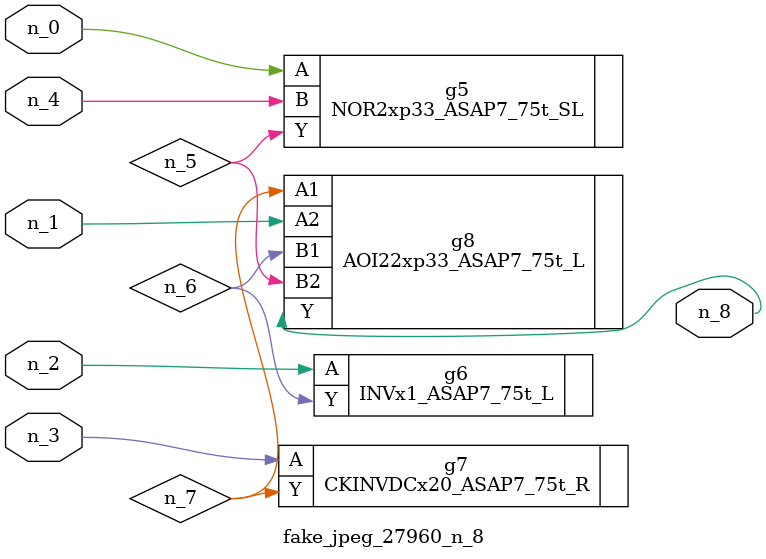
<source format=v>
module fake_jpeg_27960_n_8 (n_3, n_2, n_1, n_0, n_4, n_8);

input n_3;
input n_2;
input n_1;
input n_0;
input n_4;

output n_8;

wire n_6;
wire n_5;
wire n_7;

NOR2xp33_ASAP7_75t_SL g5 ( 
.A(n_0),
.B(n_4),
.Y(n_5)
);

INVx1_ASAP7_75t_L g6 ( 
.A(n_2),
.Y(n_6)
);

CKINVDCx20_ASAP7_75t_R g7 ( 
.A(n_3),
.Y(n_7)
);

AOI22xp33_ASAP7_75t_L g8 ( 
.A1(n_7),
.A2(n_1),
.B1(n_6),
.B2(n_5),
.Y(n_8)
);


endmodule
</source>
